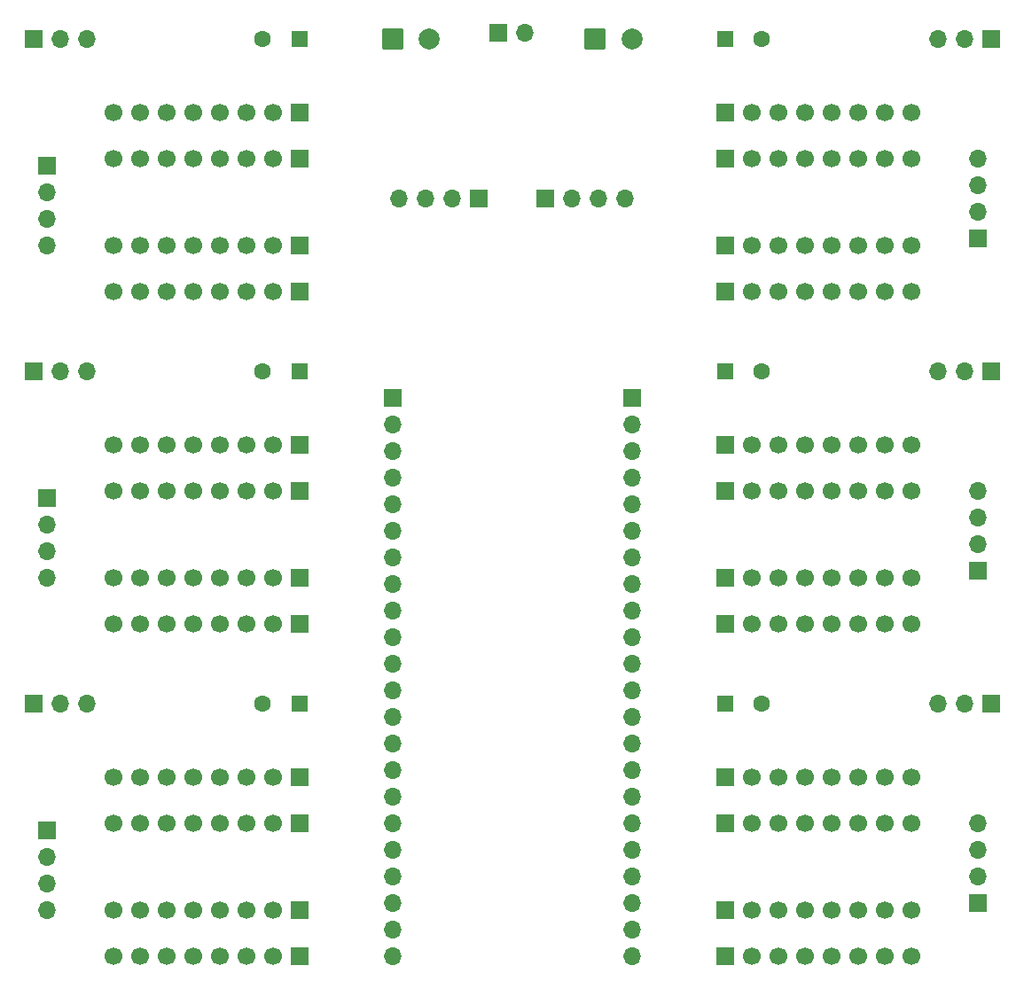
<source format=gbr>
%TF.GenerationSoftware,KiCad,Pcbnew,9.0.0*%
%TF.CreationDate,2025-02-26T12:42:58+01:00*%
%TF.ProjectId,Driver Carrier v1,44726976-6572-4204-9361-727269657220,rev?*%
%TF.SameCoordinates,Original*%
%TF.FileFunction,Soldermask,Top*%
%TF.FilePolarity,Negative*%
%FSLAX46Y46*%
G04 Gerber Fmt 4.6, Leading zero omitted, Abs format (unit mm)*
G04 Created by KiCad (PCBNEW 9.0.0) date 2025-02-26 12:42:58*
%MOMM*%
%LPD*%
G01*
G04 APERTURE LIST*
G04 Aperture macros list*
%AMRoundRect*
0 Rectangle with rounded corners*
0 $1 Rounding radius*
0 $2 $3 $4 $5 $6 $7 $8 $9 X,Y pos of 4 corners*
0 Add a 4 corners polygon primitive as box body*
4,1,4,$2,$3,$4,$5,$6,$7,$8,$9,$2,$3,0*
0 Add four circle primitives for the rounded corners*
1,1,$1+$1,$2,$3*
1,1,$1+$1,$4,$5*
1,1,$1+$1,$6,$7*
1,1,$1+$1,$8,$9*
0 Add four rect primitives between the rounded corners*
20,1,$1+$1,$2,$3,$4,$5,0*
20,1,$1+$1,$4,$5,$6,$7,0*
20,1,$1+$1,$6,$7,$8,$9,0*
20,1,$1+$1,$8,$9,$2,$3,0*%
G04 Aperture macros list end*
%ADD10R,1.600000X1.600000*%
%ADD11C,1.600000*%
%ADD12R,1.700000X1.700000*%
%ADD13O,1.700000X1.700000*%
%ADD14C,2.004000*%
%ADD15RoundRect,0.102000X-0.900000X-0.900000X0.900000X-0.900000X0.900000X0.900000X-0.900000X0.900000X0*%
%ADD16C,1.700000*%
G04 APERTURE END LIST*
D10*
%TO.C,C6*%
X123190000Y-55245000D03*
D11*
X126690000Y-55245000D03*
%TD*%
D10*
%TO.C,C4*%
X123190000Y-118745000D03*
D11*
X126690000Y-118745000D03*
%TD*%
D10*
%TO.C,C1*%
X82550000Y-55245000D03*
D11*
X79050000Y-55245000D03*
%TD*%
D10*
%TO.C,C3*%
X82550000Y-118745000D03*
D11*
X79050000Y-118745000D03*
%TD*%
D10*
%TO.C,C5*%
X123190000Y-86995000D03*
D11*
X126690000Y-86995000D03*
%TD*%
D10*
%TO.C,C2*%
X82550000Y-86995000D03*
D11*
X79050000Y-86995000D03*
%TD*%
D12*
%TO.C,J17*%
X106045000Y-70485000D03*
D13*
X108585000Y-70485000D03*
X111125000Y-70485000D03*
X113665000Y-70485000D03*
%TD*%
D12*
%TO.C,J5*%
X147320000Y-106045000D03*
D13*
X147320000Y-103505000D03*
X147320000Y-100965000D03*
X147320000Y-98425000D03*
%TD*%
%TO.C,J10*%
X146050000Y-118745000D03*
X143510000Y-118745000D03*
D12*
X148590000Y-118745000D03*
%TD*%
D13*
%TO.C,J9*%
X59690000Y-118745000D03*
X62230000Y-118745000D03*
D12*
X57150000Y-118745000D03*
%TD*%
%TO.C,J16*%
X101595000Y-54610000D03*
D13*
X104135000Y-54610000D03*
%TD*%
D12*
%TO.C,J6*%
X147320000Y-74295000D03*
D13*
X147320000Y-71755000D03*
X147320000Y-69215000D03*
X147320000Y-66675000D03*
%TD*%
D12*
%TO.C,J2*%
X58420000Y-99060000D03*
D13*
X58420000Y-101600000D03*
X58420000Y-104140000D03*
X58420000Y-106680000D03*
%TD*%
D14*
%TO.C,J15*%
X94940000Y-55245000D03*
D15*
X91440000Y-55245000D03*
%TD*%
D12*
%TO.C,J13*%
X99695000Y-70485000D03*
D13*
X97155000Y-70485000D03*
X94615000Y-70485000D03*
X92075000Y-70485000D03*
%TD*%
D12*
%TO.C,J3*%
X58420000Y-130810000D03*
D13*
X58420000Y-133350000D03*
X58420000Y-135890000D03*
X58420000Y-138430000D03*
%TD*%
%TO.C,J12*%
X146050000Y-55245000D03*
X143510000Y-55245000D03*
D12*
X148590000Y-55245000D03*
%TD*%
%TO.C,U13*%
X114300000Y-89535000D03*
D13*
X91440000Y-142875000D03*
D12*
X91440000Y-89535000D03*
D13*
X91440000Y-92075000D03*
X91440000Y-94615000D03*
X91440000Y-97155000D03*
X91440000Y-99695000D03*
X91440000Y-102235000D03*
X91440000Y-104775000D03*
X91440000Y-107315000D03*
X91440000Y-109855000D03*
X91440000Y-112395000D03*
X91440000Y-114935000D03*
X91440000Y-117475000D03*
X91440000Y-120015000D03*
X91440000Y-122555000D03*
X91440000Y-125095000D03*
X91440000Y-127635000D03*
X91440000Y-130175000D03*
X91440000Y-132715000D03*
X91440000Y-135255000D03*
X91440000Y-137795000D03*
X91440000Y-140335000D03*
X114300000Y-92075000D03*
X114300000Y-94615000D03*
X114300000Y-97155000D03*
X114300000Y-99695000D03*
X114300000Y-102235000D03*
X114300000Y-104775000D03*
X114300000Y-107315000D03*
X114300000Y-109855000D03*
X114300000Y-112395000D03*
X114300000Y-114935000D03*
X114300000Y-117475000D03*
X114300000Y-120015000D03*
X114300000Y-122555000D03*
X114300000Y-125095000D03*
X114300000Y-127635000D03*
X114300000Y-130175000D03*
X114300000Y-132715000D03*
X114300000Y-135255000D03*
X114300000Y-137795000D03*
X114300000Y-140335000D03*
X114300000Y-142875000D03*
%TD*%
D12*
%TO.C,J1*%
X58420000Y-67320000D03*
D13*
X58420000Y-69860000D03*
X58420000Y-72400000D03*
X58420000Y-74940000D03*
%TD*%
%TO.C,J7*%
X62230000Y-55245000D03*
X59690000Y-55245000D03*
D12*
X57150000Y-55245000D03*
%TD*%
D13*
%TO.C,J8*%
X62230000Y-86995000D03*
X59690000Y-86995000D03*
D12*
X57150000Y-86995000D03*
%TD*%
%TO.C,J4*%
X147320000Y-137795000D03*
D13*
X147320000Y-135255000D03*
X147320000Y-132715000D03*
X147320000Y-130175000D03*
%TD*%
D14*
%TO.C,J14*%
X114300000Y-55245000D03*
D15*
X110800000Y-55245000D03*
%TD*%
D13*
%TO.C,J11*%
X146050000Y-86995000D03*
X143510000Y-86995000D03*
D12*
X148590000Y-86995000D03*
%TD*%
D16*
%TO.C,U6*%
X80010000Y-125730000D03*
X64770000Y-125730000D03*
D12*
X82550000Y-138430000D03*
D16*
X80010000Y-138430000D03*
X77470000Y-138430000D03*
X74930000Y-138430000D03*
X72390000Y-138430000D03*
X69850000Y-138430000D03*
X67310000Y-138430000D03*
X64770000Y-138430000D03*
D12*
X82550000Y-125730000D03*
D16*
X77470000Y-125730000D03*
X74930000Y-125730000D03*
X72390000Y-125730000D03*
X69850000Y-125730000D03*
X67310000Y-125730000D03*
%TD*%
%TO.C,U1*%
X80010000Y-79375000D03*
X64770000Y-79375000D03*
D12*
X82550000Y-66675000D03*
D16*
X80010000Y-66675000D03*
X77470000Y-66675000D03*
X74930000Y-66675000D03*
X72390000Y-66675000D03*
X69850000Y-66675000D03*
X67310000Y-66675000D03*
X64770000Y-66675000D03*
D12*
X82550000Y-79375000D03*
D16*
X77470000Y-79375000D03*
X74930000Y-79375000D03*
X72390000Y-79375000D03*
X69850000Y-79375000D03*
X67310000Y-79375000D03*
%TD*%
%TO.C,U12*%
X125730000Y-79375000D03*
X140970000Y-79375000D03*
D12*
X123190000Y-66675000D03*
D16*
X125730000Y-66675000D03*
X128270000Y-66675000D03*
X130810000Y-66675000D03*
X133350000Y-66675000D03*
X135890000Y-66675000D03*
X138430000Y-66675000D03*
X140970000Y-66675000D03*
D12*
X123190000Y-79375000D03*
D16*
X128270000Y-79375000D03*
X130810000Y-79375000D03*
X133350000Y-79375000D03*
X135890000Y-79375000D03*
X138430000Y-79375000D03*
%TD*%
%TO.C,U4*%
X80010000Y-93980000D03*
X64770000Y-93980000D03*
D12*
X82550000Y-106680000D03*
D16*
X80010000Y-106680000D03*
X77470000Y-106680000D03*
X74930000Y-106680000D03*
X72390000Y-106680000D03*
X69850000Y-106680000D03*
X67310000Y-106680000D03*
X64770000Y-106680000D03*
D12*
X82550000Y-93980000D03*
D16*
X77470000Y-93980000D03*
X74930000Y-93980000D03*
X72390000Y-93980000D03*
X69850000Y-93980000D03*
X67310000Y-93980000D03*
%TD*%
%TO.C,U3*%
X80010000Y-111125000D03*
X64770000Y-111125000D03*
D12*
X82550000Y-98425000D03*
D16*
X80010000Y-98425000D03*
X77470000Y-98425000D03*
X74930000Y-98425000D03*
X72390000Y-98425000D03*
X69850000Y-98425000D03*
X67310000Y-98425000D03*
X64770000Y-98425000D03*
D12*
X82550000Y-111125000D03*
D16*
X77470000Y-111125000D03*
X74930000Y-111125000D03*
X72390000Y-111125000D03*
X69850000Y-111125000D03*
X67310000Y-111125000D03*
%TD*%
%TO.C,U5*%
X80010000Y-142875000D03*
X64770000Y-142875000D03*
D12*
X82550000Y-130175000D03*
D16*
X80010000Y-130175000D03*
X77470000Y-130175000D03*
X74930000Y-130175000D03*
X72390000Y-130175000D03*
X69850000Y-130175000D03*
X67310000Y-130175000D03*
X64770000Y-130175000D03*
D12*
X82550000Y-142875000D03*
D16*
X77470000Y-142875000D03*
X74930000Y-142875000D03*
X72390000Y-142875000D03*
X69850000Y-142875000D03*
X67310000Y-142875000D03*
%TD*%
%TO.C,U8*%
X125730000Y-142875000D03*
X140970000Y-142875000D03*
D12*
X123190000Y-130175000D03*
D16*
X125730000Y-130175000D03*
X128270000Y-130175000D03*
X130810000Y-130175000D03*
X133350000Y-130175000D03*
X135890000Y-130175000D03*
X138430000Y-130175000D03*
X140970000Y-130175000D03*
D12*
X123190000Y-142875000D03*
D16*
X128270000Y-142875000D03*
X130810000Y-142875000D03*
X133350000Y-142875000D03*
X135890000Y-142875000D03*
X138430000Y-142875000D03*
%TD*%
%TO.C,U11*%
X125730000Y-62230000D03*
X140970000Y-62230000D03*
D12*
X123190000Y-74930000D03*
D16*
X125730000Y-74930000D03*
X128270000Y-74930000D03*
X130810000Y-74930000D03*
X133350000Y-74930000D03*
X135890000Y-74930000D03*
X138430000Y-74930000D03*
X140970000Y-74930000D03*
D12*
X123190000Y-62230000D03*
D16*
X128270000Y-62230000D03*
X130810000Y-62230000D03*
X133350000Y-62230000D03*
X135890000Y-62230000D03*
X138430000Y-62230000D03*
%TD*%
%TO.C,U7*%
X125730000Y-125730000D03*
X140970000Y-125730000D03*
D12*
X123190000Y-138430000D03*
D16*
X125730000Y-138430000D03*
X128270000Y-138430000D03*
X130810000Y-138430000D03*
X133350000Y-138430000D03*
X135890000Y-138430000D03*
X138430000Y-138430000D03*
X140970000Y-138430000D03*
D12*
X123190000Y-125730000D03*
D16*
X128270000Y-125730000D03*
X130810000Y-125730000D03*
X133350000Y-125730000D03*
X135890000Y-125730000D03*
X138430000Y-125730000D03*
%TD*%
%TO.C,U10*%
X125730000Y-111125000D03*
X140970000Y-111125000D03*
D12*
X123190000Y-98425000D03*
D16*
X125730000Y-98425000D03*
X128270000Y-98425000D03*
X130810000Y-98425000D03*
X133350000Y-98425000D03*
X135890000Y-98425000D03*
X138430000Y-98425000D03*
X140970000Y-98425000D03*
D12*
X123190000Y-111125000D03*
D16*
X128270000Y-111125000D03*
X130810000Y-111125000D03*
X133350000Y-111125000D03*
X135890000Y-111125000D03*
X138430000Y-111125000D03*
%TD*%
%TO.C,U2*%
X80010000Y-62230000D03*
X64770000Y-62230000D03*
D12*
X82550000Y-74930000D03*
D16*
X80010000Y-74930000D03*
X77470000Y-74930000D03*
X74930000Y-74930000D03*
X72390000Y-74930000D03*
X69850000Y-74930000D03*
X67310000Y-74930000D03*
X64770000Y-74930000D03*
D12*
X82550000Y-62230000D03*
D16*
X77470000Y-62230000D03*
X74930000Y-62230000D03*
X72390000Y-62230000D03*
X69850000Y-62230000D03*
X67310000Y-62230000D03*
%TD*%
%TO.C,U9*%
X125730000Y-93980000D03*
X140970000Y-93980000D03*
D12*
X123190000Y-106680000D03*
D16*
X125730000Y-106680000D03*
X128270000Y-106680000D03*
X130810000Y-106680000D03*
X133350000Y-106680000D03*
X135890000Y-106680000D03*
X138430000Y-106680000D03*
X140970000Y-106680000D03*
D12*
X123190000Y-93980000D03*
D16*
X128270000Y-93980000D03*
X130810000Y-93980000D03*
X133350000Y-93980000D03*
X135890000Y-93980000D03*
X138430000Y-93980000D03*
%TD*%
M02*

</source>
